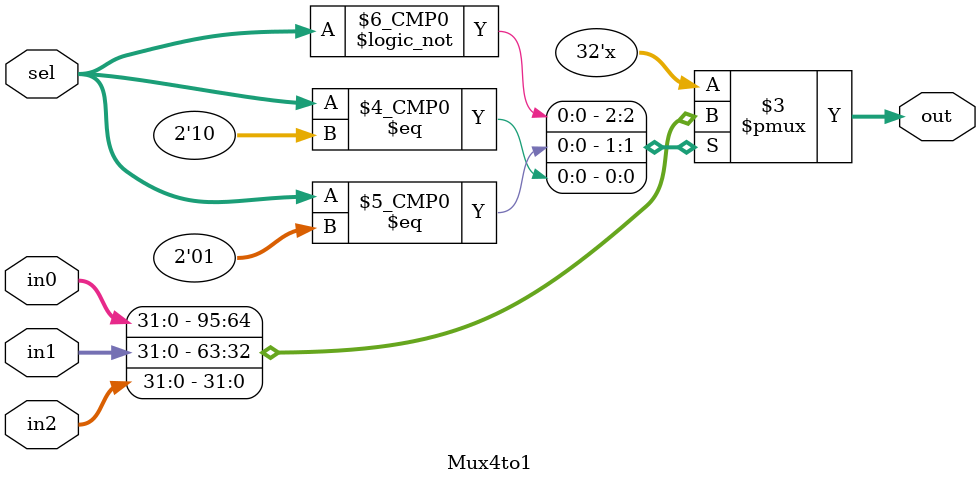
<source format=v>
`timescale 1ns/1ps

module Mux4to1(in0, in1, in2,sel, out);
    input signed [31:0] in0, in1, in2;
    input [1:0]sel;
    output reg[31:0]out;
    
    always @(*)begin
        case(sel)
            2'b00: out = in0;
            2'b01: out = in1;
            2'b10: out = in2;

            default: out = 32'bx;
        endcase
    end
    
    
endmodule
</source>
